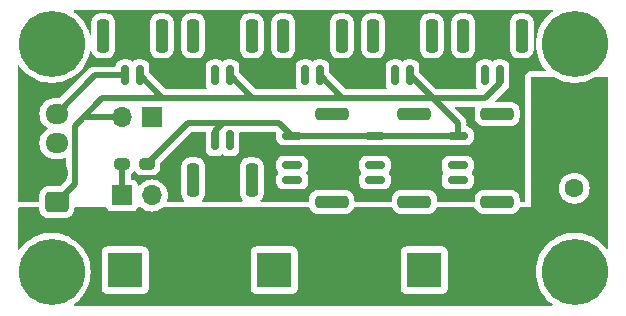
<source format=gtl>
G04 #@! TF.GenerationSoftware,KiCad,Pcbnew,7.0.9*
G04 #@! TF.CreationDate,2024-06-29T16:21:14+09:00*
G04 #@! TF.ProjectId,CAN_hab,43414e5f-6861-4622-9e6b-696361645f70,rev?*
G04 #@! TF.SameCoordinates,Original*
G04 #@! TF.FileFunction,Copper,L1,Top*
G04 #@! TF.FilePolarity,Positive*
%FSLAX46Y46*%
G04 Gerber Fmt 4.6, Leading zero omitted, Abs format (unit mm)*
G04 Created by KiCad (PCBNEW 7.0.9) date 2024-06-29 16:21:14*
%MOMM*%
%LPD*%
G01*
G04 APERTURE LIST*
G04 Aperture macros list*
%AMRoundRect*
0 Rectangle with rounded corners*
0 $1 Rounding radius*
0 $2 $3 $4 $5 $6 $7 $8 $9 X,Y pos of 4 corners*
0 Add a 4 corners polygon primitive as box body*
4,1,4,$2,$3,$4,$5,$6,$7,$8,$9,$2,$3,0*
0 Add four circle primitives for the rounded corners*
1,1,$1+$1,$2,$3*
1,1,$1+$1,$4,$5*
1,1,$1+$1,$6,$7*
1,1,$1+$1,$8,$9*
0 Add four rect primitives between the rounded corners*
20,1,$1+$1,$2,$3,$4,$5,0*
20,1,$1+$1,$4,$5,$6,$7,0*
20,1,$1+$1,$6,$7,$8,$9,0*
20,1,$1+$1,$8,$9,$2,$3,0*%
G04 Aperture macros list end*
G04 #@! TA.AperFunction,ComponentPad*
%ADD10R,3.000000X3.000000*%
G04 #@! TD*
G04 #@! TA.AperFunction,ComponentPad*
%ADD11C,3.000000*%
G04 #@! TD*
G04 #@! TA.AperFunction,SMDPad,CuDef*
%ADD12RoundRect,0.237500X0.400000X0.237500X-0.400000X0.237500X-0.400000X-0.237500X0.400000X-0.237500X0*%
G04 #@! TD*
G04 #@! TA.AperFunction,SMDPad,CuDef*
%ADD13RoundRect,0.150000X-0.150000X-0.700000X0.150000X-0.700000X0.150000X0.700000X-0.150000X0.700000X0*%
G04 #@! TD*
G04 #@! TA.AperFunction,SMDPad,CuDef*
%ADD14RoundRect,0.250000X-0.250000X-1.150000X0.250000X-1.150000X0.250000X1.150000X-0.250000X1.150000X0*%
G04 #@! TD*
G04 #@! TA.AperFunction,ComponentPad*
%ADD15C,1.000000*%
G04 #@! TD*
G04 #@! TA.AperFunction,ComponentPad*
%ADD16C,5.600000*%
G04 #@! TD*
G04 #@! TA.AperFunction,SMDPad,CuDef*
%ADD17RoundRect,0.150000X0.150000X0.700000X-0.150000X0.700000X-0.150000X-0.700000X0.150000X-0.700000X0*%
G04 #@! TD*
G04 #@! TA.AperFunction,SMDPad,CuDef*
%ADD18RoundRect,0.250000X0.250000X1.150000X-0.250000X1.150000X-0.250000X-1.150000X0.250000X-1.150000X0*%
G04 #@! TD*
G04 #@! TA.AperFunction,SMDPad,CuDef*
%ADD19RoundRect,0.150000X-0.700000X0.150000X-0.700000X-0.150000X0.700000X-0.150000X0.700000X0.150000X0*%
G04 #@! TD*
G04 #@! TA.AperFunction,SMDPad,CuDef*
%ADD20RoundRect,0.250000X-1.150000X0.250000X-1.150000X-0.250000X1.150000X-0.250000X1.150000X0.250000X0*%
G04 #@! TD*
G04 #@! TA.AperFunction,ComponentPad*
%ADD21R,1.700000X1.700000*%
G04 #@! TD*
G04 #@! TA.AperFunction,ComponentPad*
%ADD22O,1.700000X1.700000*%
G04 #@! TD*
G04 #@! TA.AperFunction,ComponentPad*
%ADD23RoundRect,0.250000X0.725000X-0.600000X0.725000X0.600000X-0.725000X0.600000X-0.725000X-0.600000X0*%
G04 #@! TD*
G04 #@! TA.AperFunction,ComponentPad*
%ADD24O,1.950000X1.700000*%
G04 #@! TD*
G04 #@! TA.AperFunction,ComponentPad*
%ADD25C,1.600000*%
G04 #@! TD*
G04 #@! TA.AperFunction,ViaPad*
%ADD26C,0.500000*%
G04 #@! TD*
G04 #@! TA.AperFunction,Conductor*
%ADD27C,0.500000*%
G04 #@! TD*
G04 APERTURE END LIST*
D10*
X164848000Y-109439000D03*
D11*
X169848000Y-109439000D03*
D12*
X141365000Y-100439000D03*
X139240000Y-100439000D03*
D10*
X152148000Y-109439000D03*
D11*
X157148000Y-109439000D03*
D13*
X170000000Y-92959000D03*
X171250000Y-92959000D03*
D14*
X168150000Y-89609000D03*
X173100000Y-89609000D03*
D13*
X139520000Y-92959000D03*
X140770000Y-92959000D03*
D14*
X137670000Y-89609000D03*
X142620000Y-89609000D03*
D15*
X131090000Y-109589000D03*
X131734370Y-108033370D03*
X131734370Y-111144630D03*
X133290000Y-107389000D03*
D16*
X133290000Y-109589000D03*
D15*
X133290000Y-111789000D03*
X134845630Y-108033370D03*
X134845630Y-111144630D03*
X135490000Y-109589000D03*
D17*
X148390000Y-98451000D03*
X147140000Y-98451000D03*
D18*
X150240000Y-101801000D03*
X145290000Y-101801000D03*
D19*
X160670000Y-98064000D03*
X160670000Y-99314000D03*
X160670000Y-100564000D03*
X160670000Y-101814000D03*
D20*
X164020000Y-96214000D03*
X164020000Y-103664000D03*
D13*
X162380000Y-92959000D03*
X163630000Y-92959000D03*
D14*
X160530000Y-89609000D03*
X165480000Y-89609000D03*
D19*
X167670000Y-98064000D03*
X167670000Y-99314000D03*
X167670000Y-100564000D03*
X167670000Y-101814000D03*
D20*
X171020000Y-96214000D03*
X171020000Y-103664000D03*
D15*
X175390000Y-90289000D03*
X176034370Y-88733370D03*
X176034370Y-91844630D03*
X177590000Y-88089000D03*
D16*
X177590000Y-90289000D03*
D15*
X177590000Y-92489000D03*
X179145630Y-88733370D03*
X179145630Y-91844630D03*
X179790000Y-90289000D03*
D10*
X139528000Y-109439000D03*
D11*
X144528000Y-109439000D03*
D21*
X139240000Y-103124000D03*
D22*
X141780000Y-103124000D03*
D23*
X133740000Y-103689000D03*
D24*
X133740000Y-101189000D03*
X133740000Y-98689000D03*
X133740000Y-96189000D03*
D15*
X175390000Y-109589000D03*
X176034370Y-108033370D03*
X176034370Y-111144630D03*
X177590000Y-107389000D03*
D16*
X177590000Y-109589000D03*
D15*
X177590000Y-111789000D03*
X179145630Y-108033370D03*
X179145630Y-111144630D03*
X179790000Y-109589000D03*
X131120000Y-90289000D03*
X131764370Y-88733370D03*
X131764370Y-91844630D03*
X133320000Y-88089000D03*
D16*
X133320000Y-90289000D03*
D15*
X133320000Y-92489000D03*
X134875630Y-88733370D03*
X134875630Y-91844630D03*
X135520000Y-90289000D03*
D21*
X141780000Y-96439000D03*
D22*
X139240000Y-96439000D03*
D19*
X153670000Y-98064000D03*
X153670000Y-99314000D03*
X153670000Y-100564000D03*
X153670000Y-101814000D03*
D20*
X157020000Y-96214000D03*
X157020000Y-103664000D03*
D13*
X154760000Y-92959000D03*
X156010000Y-92959000D03*
D14*
X152910000Y-89609000D03*
X157860000Y-89609000D03*
D13*
X147140000Y-92959000D03*
X148390000Y-92959000D03*
D14*
X145290000Y-89609000D03*
X150240000Y-89609000D03*
D25*
X177548000Y-96011000D03*
X177548000Y-102511000D03*
D26*
X153670000Y-101814000D03*
X170000000Y-92959000D03*
X147140000Y-92959000D03*
X160670000Y-101814000D03*
X148390000Y-98451000D03*
X139520000Y-92959000D03*
X162380000Y-92959000D03*
X154760000Y-92959000D03*
X167670000Y-101814000D03*
X167670000Y-100564000D03*
X160670000Y-100564000D03*
X153670000Y-100564000D03*
D27*
X139240000Y-100439000D02*
X139240000Y-103124000D01*
X133740000Y-96189000D02*
X136970000Y-92959000D01*
X136970000Y-92959000D02*
X139520000Y-92959000D01*
X147140000Y-97665000D02*
X147830000Y-96975000D01*
X141365000Y-100439000D02*
X144829000Y-96975000D01*
X139240000Y-96439000D02*
X136027500Y-96439000D01*
X167670000Y-96999000D02*
X167670000Y-98064000D01*
X160670000Y-98064000D02*
X153670000Y-98064000D01*
X152581000Y-96975000D02*
X153670000Y-98064000D01*
X137602500Y-94864000D02*
X135240000Y-97226500D01*
X147830000Y-96975000D02*
X152581000Y-96975000D01*
X171250000Y-93621000D02*
X171250000Y-92959000D01*
X156010000Y-92959000D02*
X157915000Y-94864000D01*
X160670000Y-98064000D02*
X167670000Y-98064000D01*
X135240000Y-102189000D02*
X133740000Y-103689000D01*
X135240000Y-97226500D02*
X135240000Y-102189000D01*
X140770000Y-92959000D02*
X142675000Y-94864000D01*
X147140000Y-98451000D02*
X147140000Y-97665000D01*
X148390000Y-92959000D02*
X150295000Y-94864000D01*
X163630000Y-92959000D02*
X167670000Y-96999000D01*
X144829000Y-96975000D02*
X147830000Y-96975000D01*
X142675000Y-94864000D02*
X137602500Y-94864000D01*
X142675000Y-94864000D02*
X170007000Y-94864000D01*
X170007000Y-94864000D02*
X171250000Y-93621000D01*
G04 #@! TA.AperFunction,Conductor*
G36*
X175712593Y-87456813D02*
G01*
X175737903Y-87500650D01*
X175729113Y-87550500D01*
X175709811Y-87572409D01*
X175651320Y-87616873D01*
X175450170Y-87769782D01*
X175190333Y-88015913D01*
X174958636Y-88288687D01*
X174757789Y-88584913D01*
X174590151Y-88901110D01*
X174590144Y-88901127D01*
X174457681Y-89233581D01*
X174457675Y-89233601D01*
X174361927Y-89578454D01*
X174304027Y-89931634D01*
X174304026Y-89931638D01*
X174284652Y-90288990D01*
X174284652Y-90289009D01*
X174304026Y-90646361D01*
X174304027Y-90646365D01*
X174361927Y-90999545D01*
X174361929Y-90999552D01*
X174457676Y-91344403D01*
X174457678Y-91344408D01*
X174457681Y-91344418D01*
X174590144Y-91676872D01*
X174590151Y-91676889D01*
X174757789Y-91993086D01*
X174855643Y-92137409D01*
X174958635Y-92289311D01*
X175106672Y-92463594D01*
X175124271Y-92511054D01*
X175107245Y-92558724D01*
X175063560Y-92584297D01*
X175050272Y-92585500D01*
X173925972Y-92585500D01*
X173903938Y-92586462D01*
X173880108Y-92588546D01*
X173880103Y-92588546D01*
X173880102Y-92588547D01*
X173804968Y-92600875D01*
X173804966Y-92600875D01*
X173804964Y-92600876D01*
X173804963Y-92600876D01*
X173671396Y-92654350D01*
X173655752Y-92663382D01*
X173627558Y-92679661D01*
X173627549Y-92679666D01*
X173627542Y-92679671D01*
X173627541Y-92679671D01*
X173574185Y-92715169D01*
X173574178Y-92715175D01*
X173473251Y-92817715D01*
X173473247Y-92817720D01*
X173405305Y-92944525D01*
X173405302Y-92944532D01*
X173387987Y-92992105D01*
X173377976Y-93022583D01*
X173357500Y-93164995D01*
X173357500Y-103560500D01*
X173340187Y-103608066D01*
X173296350Y-103633376D01*
X173283500Y-103634500D01*
X172994499Y-103634500D01*
X172946933Y-103617187D01*
X172921623Y-103573350D01*
X172920499Y-103560500D01*
X172920499Y-103363999D01*
X172920499Y-103363992D01*
X172909999Y-103261203D01*
X172854814Y-103094666D01*
X172762712Y-102945344D01*
X172638656Y-102821288D01*
X172489334Y-102729186D01*
X172367370Y-102688771D01*
X172322798Y-102674001D01*
X172305665Y-102672250D01*
X172220009Y-102663500D01*
X172220004Y-102663500D01*
X169819999Y-102663500D01*
X169819993Y-102663500D01*
X169819992Y-102663501D01*
X169768597Y-102668751D01*
X169717202Y-102674001D01*
X169550666Y-102729186D01*
X169401344Y-102821288D01*
X169277288Y-102945344D01*
X169185186Y-103094666D01*
X169130001Y-103261201D01*
X169119500Y-103363994D01*
X169119500Y-103560500D01*
X169102187Y-103608066D01*
X169058350Y-103633376D01*
X169045500Y-103634500D01*
X165994499Y-103634500D01*
X165946933Y-103617187D01*
X165921623Y-103573350D01*
X165920499Y-103560500D01*
X165920499Y-103363999D01*
X165920499Y-103363992D01*
X165909999Y-103261203D01*
X165854814Y-103094666D01*
X165762712Y-102945344D01*
X165638656Y-102821288D01*
X165489334Y-102729186D01*
X165367370Y-102688771D01*
X165322798Y-102674001D01*
X165305665Y-102672250D01*
X165220009Y-102663500D01*
X165220004Y-102663500D01*
X162819999Y-102663500D01*
X162819993Y-102663500D01*
X162819992Y-102663501D01*
X162768597Y-102668751D01*
X162717202Y-102674001D01*
X162550666Y-102729186D01*
X162401344Y-102821288D01*
X162277288Y-102945344D01*
X162185186Y-103094666D01*
X162130001Y-103261201D01*
X162119500Y-103363994D01*
X162119500Y-103560500D01*
X162102187Y-103608066D01*
X162058350Y-103633376D01*
X162045500Y-103634500D01*
X158994499Y-103634500D01*
X158946933Y-103617187D01*
X158921623Y-103573350D01*
X158920499Y-103560500D01*
X158920499Y-103363999D01*
X158920499Y-103363992D01*
X158909999Y-103261203D01*
X158854814Y-103094666D01*
X158762712Y-102945344D01*
X158638656Y-102821288D01*
X158489334Y-102729186D01*
X158367370Y-102688771D01*
X158322798Y-102674001D01*
X158305665Y-102672250D01*
X158220009Y-102663500D01*
X158220004Y-102663500D01*
X155819999Y-102663500D01*
X155819993Y-102663500D01*
X155819992Y-102663501D01*
X155768597Y-102668751D01*
X155717202Y-102674001D01*
X155550666Y-102729186D01*
X155401344Y-102821288D01*
X155277288Y-102945344D01*
X155185186Y-103094666D01*
X155130001Y-103261201D01*
X155119500Y-103363994D01*
X155119500Y-103560500D01*
X155102187Y-103608066D01*
X155058350Y-103633376D01*
X155045500Y-103634500D01*
X151046520Y-103634500D01*
X150998954Y-103617187D01*
X150973644Y-103573350D01*
X150982434Y-103523500D01*
X150994194Y-103508174D01*
X151082709Y-103419659D01*
X151082712Y-103419656D01*
X151174814Y-103270334D01*
X151229999Y-103103797D01*
X151240500Y-103001009D01*
X151240500Y-102029695D01*
X152319500Y-102029695D01*
X152322402Y-102066570D01*
X152368256Y-102224399D01*
X152435569Y-102338218D01*
X152451919Y-102365865D01*
X152568135Y-102482081D01*
X152709602Y-102565744D01*
X152867431Y-102611598D01*
X152901155Y-102614252D01*
X152904305Y-102614500D01*
X152904306Y-102614500D01*
X154435695Y-102614500D01*
X154438597Y-102614271D01*
X154472569Y-102611598D01*
X154630398Y-102565744D01*
X154771865Y-102482081D01*
X154888081Y-102365865D01*
X154971744Y-102224398D01*
X155017598Y-102066569D01*
X155020271Y-102032597D01*
X155020500Y-102029695D01*
X159319500Y-102029695D01*
X159322402Y-102066570D01*
X159368256Y-102224399D01*
X159435569Y-102338218D01*
X159451919Y-102365865D01*
X159568135Y-102482081D01*
X159709602Y-102565744D01*
X159867431Y-102611598D01*
X159901155Y-102614252D01*
X159904305Y-102614500D01*
X159904306Y-102614500D01*
X161435695Y-102614500D01*
X161438597Y-102614271D01*
X161472569Y-102611598D01*
X161630398Y-102565744D01*
X161771865Y-102482081D01*
X161888081Y-102365865D01*
X161971744Y-102224398D01*
X162017598Y-102066569D01*
X162020271Y-102032597D01*
X162020500Y-102029695D01*
X166319500Y-102029695D01*
X166322402Y-102066570D01*
X166368256Y-102224399D01*
X166435569Y-102338218D01*
X166451919Y-102365865D01*
X166568135Y-102482081D01*
X166709602Y-102565744D01*
X166867431Y-102611598D01*
X166901155Y-102614252D01*
X166904305Y-102614500D01*
X166904306Y-102614500D01*
X168435695Y-102614500D01*
X168438597Y-102614271D01*
X168472569Y-102611598D01*
X168630398Y-102565744D01*
X168771865Y-102482081D01*
X168888081Y-102365865D01*
X168971744Y-102224398D01*
X169017598Y-102066569D01*
X169020271Y-102032597D01*
X169020500Y-102029695D01*
X169020500Y-101598305D01*
X169020252Y-101595155D01*
X169017598Y-101561431D01*
X168971744Y-101403602D01*
X168888081Y-101262135D01*
X168867272Y-101241326D01*
X168845880Y-101195450D01*
X168858981Y-101146555D01*
X168867272Y-101136674D01*
X168888081Y-101115865D01*
X168971744Y-100974398D01*
X169017598Y-100816569D01*
X169020500Y-100779694D01*
X169020500Y-100348306D01*
X169017598Y-100311431D01*
X168971744Y-100153602D01*
X168970989Y-100152326D01*
X168915377Y-100058291D01*
X168888081Y-100012135D01*
X168771865Y-99895919D01*
X168757602Y-99887484D01*
X168630399Y-99812256D01*
X168472570Y-99766402D01*
X168435695Y-99763500D01*
X168435694Y-99763500D01*
X166904306Y-99763500D01*
X166904305Y-99763500D01*
X166867429Y-99766402D01*
X166709600Y-99812256D01*
X166568134Y-99895919D01*
X166451919Y-100012134D01*
X166368256Y-100153600D01*
X166322402Y-100311429D01*
X166319500Y-100348305D01*
X166319500Y-100779695D01*
X166322402Y-100816570D01*
X166368256Y-100974399D01*
X166451919Y-101115865D01*
X166472728Y-101136674D01*
X166494120Y-101182550D01*
X166481019Y-101231445D01*
X166472728Y-101241326D01*
X166451919Y-101262134D01*
X166368256Y-101403600D01*
X166322402Y-101561429D01*
X166319500Y-101598305D01*
X166319500Y-102029695D01*
X162020500Y-102029695D01*
X162020500Y-101598305D01*
X162020252Y-101595155D01*
X162017598Y-101561431D01*
X161971744Y-101403602D01*
X161888081Y-101262135D01*
X161867272Y-101241326D01*
X161845880Y-101195450D01*
X161858981Y-101146555D01*
X161867272Y-101136674D01*
X161888081Y-101115865D01*
X161971744Y-100974398D01*
X162017598Y-100816569D01*
X162020500Y-100779694D01*
X162020500Y-100348306D01*
X162017598Y-100311431D01*
X161971744Y-100153602D01*
X161970989Y-100152326D01*
X161915377Y-100058291D01*
X161888081Y-100012135D01*
X161771865Y-99895919D01*
X161757602Y-99887484D01*
X161630399Y-99812256D01*
X161472570Y-99766402D01*
X161435695Y-99763500D01*
X161435694Y-99763500D01*
X159904306Y-99763500D01*
X159904305Y-99763500D01*
X159867429Y-99766402D01*
X159709600Y-99812256D01*
X159568134Y-99895919D01*
X159451919Y-100012134D01*
X159368256Y-100153600D01*
X159322402Y-100311429D01*
X159319500Y-100348305D01*
X159319500Y-100779695D01*
X159322402Y-100816570D01*
X159368256Y-100974399D01*
X159451919Y-101115865D01*
X159472728Y-101136674D01*
X159494120Y-101182550D01*
X159481019Y-101231445D01*
X159472728Y-101241326D01*
X159451919Y-101262134D01*
X159368256Y-101403600D01*
X159322402Y-101561429D01*
X159319500Y-101598305D01*
X159319500Y-102029695D01*
X155020500Y-102029695D01*
X155020500Y-101598305D01*
X155020252Y-101595155D01*
X155017598Y-101561431D01*
X154971744Y-101403602D01*
X154888081Y-101262135D01*
X154867272Y-101241326D01*
X154845880Y-101195450D01*
X154858981Y-101146555D01*
X154867272Y-101136674D01*
X154888081Y-101115865D01*
X154971744Y-100974398D01*
X155017598Y-100816569D01*
X155020500Y-100779694D01*
X155020500Y-100348306D01*
X155017598Y-100311431D01*
X154971744Y-100153602D01*
X154970989Y-100152326D01*
X154915377Y-100058291D01*
X154888081Y-100012135D01*
X154771865Y-99895919D01*
X154757602Y-99887484D01*
X154630399Y-99812256D01*
X154472570Y-99766402D01*
X154435695Y-99763500D01*
X154435694Y-99763500D01*
X152904306Y-99763500D01*
X152904305Y-99763500D01*
X152867429Y-99766402D01*
X152709600Y-99812256D01*
X152568134Y-99895919D01*
X152451919Y-100012134D01*
X152368256Y-100153600D01*
X152322402Y-100311429D01*
X152319500Y-100348305D01*
X152319500Y-100779695D01*
X152322402Y-100816570D01*
X152368256Y-100974399D01*
X152451919Y-101115865D01*
X152472728Y-101136674D01*
X152494120Y-101182550D01*
X152481019Y-101231445D01*
X152472728Y-101241326D01*
X152451919Y-101262134D01*
X152368256Y-101403600D01*
X152322402Y-101561429D01*
X152319500Y-101598305D01*
X152319500Y-102029695D01*
X151240500Y-102029695D01*
X151240499Y-100600992D01*
X151229999Y-100498203D01*
X151174814Y-100331666D01*
X151082712Y-100182344D01*
X150958656Y-100058288D01*
X150809334Y-99966186D01*
X150707918Y-99932580D01*
X150642798Y-99911001D01*
X150625665Y-99909250D01*
X150540009Y-99900500D01*
X150540004Y-99900500D01*
X149939999Y-99900500D01*
X149939993Y-99900500D01*
X149939992Y-99900501D01*
X149888597Y-99905751D01*
X149837202Y-99911001D01*
X149670666Y-99966186D01*
X149521344Y-100058288D01*
X149397288Y-100182344D01*
X149305186Y-100331666D01*
X149250001Y-100498201D01*
X149239500Y-100600994D01*
X149239500Y-103001000D01*
X149239500Y-103001005D01*
X149239501Y-103001008D01*
X149250001Y-103103797D01*
X149305186Y-103270334D01*
X149397288Y-103419656D01*
X149397291Y-103419659D01*
X149485806Y-103508174D01*
X149507198Y-103554050D01*
X149494097Y-103602945D01*
X149452633Y-103631979D01*
X149433480Y-103634500D01*
X146096520Y-103634500D01*
X146048954Y-103617187D01*
X146023644Y-103573350D01*
X146032434Y-103523500D01*
X146044194Y-103508174D01*
X146132709Y-103419659D01*
X146132712Y-103419656D01*
X146224814Y-103270334D01*
X146279999Y-103103797D01*
X146290500Y-103001009D01*
X146290499Y-100600992D01*
X146279999Y-100498203D01*
X146224814Y-100331666D01*
X146132712Y-100182344D01*
X146008656Y-100058288D01*
X145859334Y-99966186D01*
X145757918Y-99932580D01*
X145692798Y-99911001D01*
X145675665Y-99909250D01*
X145590009Y-99900500D01*
X145590004Y-99900500D01*
X144989999Y-99900500D01*
X144989993Y-99900500D01*
X144989992Y-99900501D01*
X144938597Y-99905751D01*
X144887202Y-99911001D01*
X144720666Y-99966186D01*
X144571344Y-100058288D01*
X144447288Y-100182344D01*
X144355186Y-100331666D01*
X144300001Y-100498201D01*
X144289500Y-100600994D01*
X144289500Y-103001000D01*
X144289500Y-103001005D01*
X144289501Y-103001008D01*
X144300001Y-103103797D01*
X144355186Y-103270334D01*
X144447288Y-103419656D01*
X144447291Y-103419659D01*
X144535806Y-103508174D01*
X144557198Y-103554050D01*
X144544097Y-103602945D01*
X144502633Y-103631979D01*
X144483480Y-103634500D01*
X143137791Y-103634500D01*
X143090225Y-103617187D01*
X143064915Y-103573350D01*
X143066313Y-103541347D01*
X143115062Y-103359412D01*
X143115063Y-103359405D01*
X143135659Y-103124004D01*
X143135659Y-103123995D01*
X143120028Y-102945341D01*
X143115063Y-102888592D01*
X143053903Y-102660337D01*
X142954035Y-102446171D01*
X142818495Y-102252599D01*
X142651401Y-102085505D01*
X142651398Y-102085503D01*
X142651399Y-102085503D01*
X142571695Y-102029694D01*
X142457830Y-101949965D01*
X142243663Y-101850097D01*
X142015408Y-101788937D01*
X142015406Y-101788936D01*
X142015403Y-101788936D01*
X141780004Y-101768341D01*
X141779996Y-101768341D01*
X141544596Y-101788936D01*
X141544592Y-101788936D01*
X141544592Y-101788937D01*
X141316337Y-101850097D01*
X141316336Y-101850097D01*
X141316334Y-101850098D01*
X141316333Y-101850098D01*
X141219947Y-101895045D01*
X141102167Y-101949967D01*
X140908602Y-102085502D01*
X140908599Y-102085504D01*
X140741505Y-102252598D01*
X140725116Y-102276005D01*
X140683651Y-102305039D01*
X140633225Y-102300627D01*
X140597432Y-102264833D01*
X140590499Y-102233560D01*
X140590499Y-102226126D01*
X140585336Y-102178102D01*
X140584091Y-102166517D01*
X140553876Y-102085505D01*
X140533797Y-102031670D01*
X140533796Y-102031669D01*
X140532318Y-102029695D01*
X140447546Y-101916454D01*
X140332331Y-101830204D01*
X140332330Y-101830203D01*
X140332329Y-101830202D01*
X140197487Y-101779910D01*
X140197484Y-101779909D01*
X140197483Y-101779909D01*
X140167678Y-101776704D01*
X140137874Y-101773500D01*
X140137873Y-101773500D01*
X140064500Y-101773500D01*
X140016934Y-101756187D01*
X139991624Y-101712350D01*
X139990500Y-101699500D01*
X139990500Y-101368705D01*
X140007813Y-101321139D01*
X140025652Y-101305722D01*
X140100850Y-101259340D01*
X140222840Y-101137350D01*
X140239518Y-101110309D01*
X140279223Y-101078915D01*
X140329821Y-101080387D01*
X140365481Y-101110309D01*
X140382160Y-101137350D01*
X140504150Y-101259340D01*
X140650984Y-101349908D01*
X140814747Y-101404174D01*
X140915823Y-101414500D01*
X141814176Y-101414499D01*
X141915253Y-101404174D01*
X142079016Y-101349908D01*
X142225850Y-101259340D01*
X142347840Y-101137350D01*
X142438408Y-100990516D01*
X142492674Y-100826753D01*
X142503000Y-100725677D01*
X142502999Y-100393018D01*
X142520312Y-100345453D01*
X142524661Y-100340705D01*
X145118194Y-97747174D01*
X145164071Y-97725782D01*
X145170520Y-97725500D01*
X146265500Y-97725500D01*
X146313066Y-97742813D01*
X146338376Y-97786650D01*
X146339500Y-97799500D01*
X146339500Y-99216695D01*
X146342402Y-99253570D01*
X146388256Y-99411399D01*
X146457268Y-99528092D01*
X146471919Y-99552865D01*
X146588135Y-99669081D01*
X146729602Y-99752744D01*
X146887431Y-99798598D01*
X146921155Y-99801252D01*
X146924305Y-99801500D01*
X146924306Y-99801500D01*
X147355695Y-99801500D01*
X147358597Y-99801271D01*
X147392569Y-99798598D01*
X147550398Y-99752744D01*
X147691865Y-99669081D01*
X147712674Y-99648272D01*
X147758550Y-99626880D01*
X147807445Y-99639981D01*
X147817326Y-99648272D01*
X147838135Y-99669081D01*
X147979602Y-99752744D01*
X148137431Y-99798598D01*
X148171155Y-99801252D01*
X148174305Y-99801500D01*
X148174306Y-99801500D01*
X148605695Y-99801500D01*
X148608597Y-99801271D01*
X148642569Y-99798598D01*
X148800398Y-99752744D01*
X148941865Y-99669081D01*
X149058081Y-99552865D01*
X149141744Y-99411398D01*
X149187598Y-99253569D01*
X149190500Y-99216694D01*
X149190500Y-97799500D01*
X149207813Y-97751934D01*
X149251650Y-97726624D01*
X149264500Y-97725500D01*
X152239480Y-97725500D01*
X152287046Y-97742813D01*
X152291806Y-97747174D01*
X152300735Y-97756103D01*
X152322127Y-97801979D01*
X152322181Y-97814234D01*
X152319500Y-97848305D01*
X152319500Y-98279695D01*
X152322402Y-98316570D01*
X152368256Y-98474399D01*
X152451919Y-98615865D01*
X152568135Y-98732081D01*
X152665874Y-98789884D01*
X152707498Y-98814500D01*
X152709602Y-98815744D01*
X152867431Y-98861598D01*
X152901155Y-98864252D01*
X152904305Y-98864500D01*
X152904306Y-98864500D01*
X154435695Y-98864500D01*
X154438597Y-98864271D01*
X154472569Y-98861598D01*
X154624569Y-98817437D01*
X154645211Y-98814500D01*
X159694789Y-98814500D01*
X159715430Y-98817437D01*
X159867431Y-98861598D01*
X159901155Y-98864252D01*
X159904305Y-98864500D01*
X159904306Y-98864500D01*
X161435695Y-98864500D01*
X161438597Y-98864271D01*
X161472569Y-98861598D01*
X161624569Y-98817437D01*
X161645211Y-98814500D01*
X166694789Y-98814500D01*
X166715430Y-98817437D01*
X166867431Y-98861598D01*
X166901155Y-98864252D01*
X166904305Y-98864500D01*
X166904306Y-98864500D01*
X168435695Y-98864500D01*
X168438597Y-98864271D01*
X168472569Y-98861598D01*
X168630398Y-98815744D01*
X168771865Y-98732081D01*
X168888081Y-98615865D01*
X168971744Y-98474398D01*
X169017598Y-98316569D01*
X169020500Y-98279694D01*
X169020500Y-97848306D01*
X169017598Y-97811431D01*
X168971744Y-97653602D01*
X168969912Y-97650505D01*
X168945884Y-97609874D01*
X168888081Y-97512135D01*
X168771865Y-97395919D01*
X168758309Y-97387902D01*
X168630399Y-97312256D01*
X168473854Y-97266775D01*
X168433007Y-97236878D01*
X168420500Y-97195713D01*
X168420500Y-97059063D01*
X168421281Y-97048339D01*
X168425289Y-97020977D01*
X168420640Y-96967843D01*
X168420500Y-96964624D01*
X168420500Y-96955291D01*
X168416693Y-96922724D01*
X168409999Y-96846204D01*
X168408903Y-96842896D01*
X168405645Y-96828203D01*
X168405241Y-96824745D01*
X168378974Y-96752576D01*
X168354814Y-96679666D01*
X168352979Y-96676692D01*
X168346432Y-96663166D01*
X168345237Y-96659883D01*
X168303028Y-96595708D01*
X168262712Y-96530345D01*
X168260246Y-96527879D01*
X168250747Y-96516218D01*
X168248830Y-96513304D01*
X168192964Y-96460597D01*
X167473193Y-95740826D01*
X167451801Y-95694950D01*
X167464902Y-95646055D01*
X167506366Y-95617021D01*
X167525519Y-95614500D01*
X169092704Y-95614500D01*
X169140270Y-95631813D01*
X169165580Y-95675650D01*
X169162948Y-95711775D01*
X169153322Y-95740826D01*
X169130001Y-95811201D01*
X169119500Y-95913994D01*
X169119500Y-96514000D01*
X169119500Y-96514005D01*
X169119501Y-96514008D01*
X169130001Y-96616797D01*
X169185186Y-96783334D01*
X169277288Y-96932656D01*
X169401344Y-97056712D01*
X169550666Y-97148814D01*
X169717203Y-97203999D01*
X169819991Y-97214500D01*
X172220008Y-97214499D01*
X172322797Y-97203999D01*
X172489334Y-97148814D01*
X172638656Y-97056712D01*
X172762712Y-96932656D01*
X172854814Y-96783334D01*
X172909999Y-96616797D01*
X172920500Y-96514009D01*
X172920499Y-95913992D01*
X172909999Y-95811203D01*
X172854814Y-95644666D01*
X172762712Y-95495344D01*
X172638656Y-95371288D01*
X172489334Y-95279186D01*
X172406065Y-95251593D01*
X172322798Y-95224001D01*
X172302239Y-95221900D01*
X172220009Y-95213500D01*
X172220005Y-95213500D01*
X170897519Y-95213500D01*
X170849953Y-95196187D01*
X170824643Y-95152350D01*
X170833433Y-95102500D01*
X170845193Y-95087174D01*
X171017270Y-94915097D01*
X171681262Y-94251103D01*
X171695916Y-94239738D01*
X171801865Y-94177081D01*
X171918081Y-94060865D01*
X172001744Y-93919398D01*
X172047598Y-93761569D01*
X172050500Y-93724694D01*
X172050500Y-92193306D01*
X172047598Y-92156431D01*
X172001744Y-91998602D01*
X171918081Y-91857135D01*
X171801865Y-91740919D01*
X171693581Y-91676880D01*
X171660399Y-91657256D01*
X171502570Y-91611402D01*
X171465695Y-91608500D01*
X171465694Y-91608500D01*
X171034306Y-91608500D01*
X171034305Y-91608500D01*
X170997429Y-91611402D01*
X170839600Y-91657256D01*
X170698134Y-91740919D01*
X170677326Y-91761728D01*
X170631450Y-91783120D01*
X170582555Y-91770019D01*
X170572674Y-91761728D01*
X170551865Y-91740919D01*
X170410399Y-91657256D01*
X170252570Y-91611402D01*
X170215695Y-91608500D01*
X170215694Y-91608500D01*
X169784306Y-91608500D01*
X169784305Y-91608500D01*
X169747429Y-91611402D01*
X169589600Y-91657256D01*
X169448134Y-91740919D01*
X169331919Y-91857134D01*
X169248256Y-91998600D01*
X169202402Y-92156429D01*
X169199500Y-92193305D01*
X169199500Y-93724695D01*
X169202402Y-93761570D01*
X169248256Y-93919399D01*
X169297007Y-94001831D01*
X169306318Y-94051586D01*
X169281470Y-94095686D01*
X169234087Y-94113496D01*
X169233312Y-94113500D01*
X165876520Y-94113500D01*
X165828954Y-94096187D01*
X165824194Y-94091826D01*
X164452174Y-92719806D01*
X164430782Y-92673930D01*
X164430500Y-92667480D01*
X164430500Y-92193305D01*
X164430252Y-92190155D01*
X164427598Y-92156431D01*
X164381744Y-91998602D01*
X164298081Y-91857135D01*
X164181865Y-91740919D01*
X164073581Y-91676880D01*
X164040399Y-91657256D01*
X163882570Y-91611402D01*
X163845695Y-91608500D01*
X163845694Y-91608500D01*
X163414306Y-91608500D01*
X163414305Y-91608500D01*
X163377429Y-91611402D01*
X163219600Y-91657256D01*
X163078134Y-91740919D01*
X163057326Y-91761728D01*
X163011450Y-91783120D01*
X162962555Y-91770019D01*
X162952674Y-91761728D01*
X162931865Y-91740919D01*
X162790399Y-91657256D01*
X162632570Y-91611402D01*
X162595695Y-91608500D01*
X162595694Y-91608500D01*
X162164306Y-91608500D01*
X162164305Y-91608500D01*
X162127429Y-91611402D01*
X161969600Y-91657256D01*
X161828134Y-91740919D01*
X161711919Y-91857134D01*
X161628256Y-91998600D01*
X161582402Y-92156429D01*
X161579500Y-92193305D01*
X161579500Y-93724695D01*
X161582402Y-93761570D01*
X161628256Y-93919399D01*
X161677007Y-94001831D01*
X161686318Y-94051586D01*
X161661470Y-94095686D01*
X161614087Y-94113496D01*
X161613312Y-94113500D01*
X158256519Y-94113500D01*
X158208953Y-94096187D01*
X158204193Y-94091826D01*
X156832174Y-92719806D01*
X156810782Y-92673929D01*
X156810500Y-92667480D01*
X156810500Y-92193305D01*
X156810252Y-92190155D01*
X156807598Y-92156431D01*
X156761744Y-91998602D01*
X156678081Y-91857135D01*
X156561865Y-91740919D01*
X156453581Y-91676880D01*
X156420399Y-91657256D01*
X156262570Y-91611402D01*
X156225695Y-91608500D01*
X156225694Y-91608500D01*
X155794306Y-91608500D01*
X155794305Y-91608500D01*
X155757429Y-91611402D01*
X155599600Y-91657256D01*
X155458134Y-91740919D01*
X155437326Y-91761728D01*
X155391450Y-91783120D01*
X155342555Y-91770019D01*
X155332674Y-91761728D01*
X155311865Y-91740919D01*
X155170399Y-91657256D01*
X155012570Y-91611402D01*
X154975695Y-91608500D01*
X154975694Y-91608500D01*
X154544306Y-91608500D01*
X154544305Y-91608500D01*
X154507429Y-91611402D01*
X154349600Y-91657256D01*
X154208134Y-91740919D01*
X154091919Y-91857134D01*
X154008256Y-91998600D01*
X153962402Y-92156429D01*
X153959500Y-92193305D01*
X153959500Y-93724695D01*
X153962402Y-93761570D01*
X154008256Y-93919399D01*
X154057007Y-94001831D01*
X154066318Y-94051586D01*
X154041470Y-94095686D01*
X153994087Y-94113496D01*
X153993312Y-94113500D01*
X150636519Y-94113500D01*
X150588953Y-94096187D01*
X150584193Y-94091826D01*
X149212174Y-92719806D01*
X149190782Y-92673929D01*
X149190500Y-92667480D01*
X149190500Y-92193305D01*
X149190252Y-92190155D01*
X149187598Y-92156431D01*
X149141744Y-91998602D01*
X149058081Y-91857135D01*
X148941865Y-91740919D01*
X148833581Y-91676880D01*
X148800399Y-91657256D01*
X148642570Y-91611402D01*
X148605695Y-91608500D01*
X148605694Y-91608500D01*
X148174306Y-91608500D01*
X148174305Y-91608500D01*
X148137429Y-91611402D01*
X147979600Y-91657256D01*
X147838134Y-91740919D01*
X147817326Y-91761728D01*
X147771450Y-91783120D01*
X147722555Y-91770019D01*
X147712674Y-91761728D01*
X147691865Y-91740919D01*
X147550399Y-91657256D01*
X147392570Y-91611402D01*
X147355695Y-91608500D01*
X147355694Y-91608500D01*
X146924306Y-91608500D01*
X146924305Y-91608500D01*
X146887429Y-91611402D01*
X146729600Y-91657256D01*
X146588134Y-91740919D01*
X146471919Y-91857134D01*
X146388256Y-91998600D01*
X146342402Y-92156429D01*
X146339500Y-92193305D01*
X146339500Y-93724695D01*
X146342402Y-93761570D01*
X146388256Y-93919399D01*
X146437007Y-94001831D01*
X146446318Y-94051586D01*
X146421470Y-94095686D01*
X146374087Y-94113496D01*
X146373312Y-94113500D01*
X143016519Y-94113500D01*
X142968953Y-94096187D01*
X142964193Y-94091826D01*
X141592174Y-92719806D01*
X141570782Y-92673929D01*
X141570500Y-92667480D01*
X141570500Y-92193305D01*
X141570252Y-92190155D01*
X141567598Y-92156431D01*
X141521744Y-91998602D01*
X141438081Y-91857135D01*
X141321865Y-91740919D01*
X141213581Y-91676880D01*
X141180399Y-91657256D01*
X141022570Y-91611402D01*
X140985695Y-91608500D01*
X140985694Y-91608500D01*
X140554306Y-91608500D01*
X140554305Y-91608500D01*
X140517429Y-91611402D01*
X140359600Y-91657256D01*
X140218134Y-91740919D01*
X140197326Y-91761728D01*
X140151450Y-91783120D01*
X140102555Y-91770019D01*
X140092674Y-91761728D01*
X140071865Y-91740919D01*
X139930399Y-91657256D01*
X139772570Y-91611402D01*
X139735695Y-91608500D01*
X139735694Y-91608500D01*
X139304306Y-91608500D01*
X139304305Y-91608500D01*
X139267429Y-91611402D01*
X139109600Y-91657256D01*
X138968134Y-91740919D01*
X138851919Y-91857134D01*
X138768256Y-91998600D01*
X138722775Y-92155146D01*
X138692878Y-92195993D01*
X138651713Y-92208500D01*
X137030064Y-92208500D01*
X137019340Y-92207719D01*
X136991978Y-92203711D01*
X136991969Y-92203711D01*
X136954328Y-92207004D01*
X136938844Y-92208359D01*
X136935625Y-92208500D01*
X136926291Y-92208500D01*
X136893724Y-92212306D01*
X136817208Y-92218999D01*
X136817196Y-92219002D01*
X136813873Y-92220103D01*
X136799221Y-92223351D01*
X136795750Y-92223757D01*
X136723576Y-92250025D01*
X136650663Y-92274187D01*
X136650662Y-92274187D01*
X136647686Y-92276023D01*
X136634175Y-92282564D01*
X136630884Y-92283762D01*
X136630875Y-92283766D01*
X136566709Y-92325970D01*
X136501343Y-92366289D01*
X136498872Y-92368760D01*
X136487221Y-92378251D01*
X136484306Y-92380168D01*
X136431597Y-92436035D01*
X134045070Y-94822560D01*
X133999193Y-94843952D01*
X133986295Y-94843952D01*
X133930890Y-94839105D01*
X133923966Y-94838500D01*
X133556034Y-94838500D01*
X133518614Y-94841773D01*
X133379596Y-94853936D01*
X133379592Y-94853936D01*
X133379592Y-94853937D01*
X133151337Y-94915097D01*
X133151336Y-94915097D01*
X133151334Y-94915098D01*
X133151333Y-94915099D01*
X132937167Y-95014967D01*
X132743602Y-95150502D01*
X132743599Y-95150504D01*
X132576503Y-95317601D01*
X132538909Y-95371291D01*
X132440965Y-95511170D01*
X132341097Y-95725337D01*
X132279938Y-95953588D01*
X132279936Y-95953596D01*
X132259341Y-96188995D01*
X132259341Y-96189004D01*
X132279936Y-96424403D01*
X132279936Y-96424406D01*
X132279937Y-96424408D01*
X132341097Y-96652663D01*
X132440965Y-96866829D01*
X132440966Y-96866831D01*
X132440967Y-96866832D01*
X132576502Y-97060397D01*
X132576504Y-97060400D01*
X132743599Y-97227495D01*
X132743602Y-97227497D01*
X132937168Y-97363033D01*
X132937171Y-97363035D01*
X132956254Y-97371934D01*
X132992046Y-97407728D01*
X132996457Y-97458154D01*
X132967422Y-97499618D01*
X132956254Y-97506066D01*
X132937171Y-97514964D01*
X132937168Y-97514966D01*
X132743602Y-97650502D01*
X132743599Y-97650504D01*
X132576503Y-97817601D01*
X132486145Y-97946646D01*
X132440965Y-98011170D01*
X132341097Y-98225337D01*
X132279937Y-98453592D01*
X132279936Y-98453596D01*
X132259341Y-98688995D01*
X132259341Y-98689004D01*
X132279936Y-98924403D01*
X132279936Y-98924406D01*
X132279937Y-98924408D01*
X132341097Y-99152663D01*
X132440965Y-99366829D01*
X132576505Y-99560401D01*
X132743599Y-99727495D01*
X132937171Y-99863035D01*
X133151337Y-99962903D01*
X133379592Y-100024063D01*
X133556034Y-100039500D01*
X133556036Y-100039500D01*
X133923964Y-100039500D01*
X133923966Y-100039500D01*
X134100408Y-100024063D01*
X134328663Y-99962903D01*
X134384226Y-99936992D01*
X134434651Y-99932580D01*
X134476117Y-99961613D01*
X134489500Y-100004059D01*
X134489500Y-101847479D01*
X134472187Y-101895045D01*
X134467826Y-101899805D01*
X134050805Y-102316826D01*
X134004929Y-102338218D01*
X133998479Y-102338500D01*
X132964999Y-102338500D01*
X132964993Y-102338500D01*
X132964992Y-102338501D01*
X132913597Y-102343751D01*
X132862202Y-102349001D01*
X132695666Y-102404186D01*
X132546344Y-102496288D01*
X132422288Y-102620344D01*
X132330186Y-102769666D01*
X132275001Y-102936201D01*
X132275001Y-102936203D01*
X132268381Y-103001008D01*
X132264500Y-103038994D01*
X132264500Y-103560500D01*
X132247187Y-103608066D01*
X132203350Y-103633376D01*
X132190500Y-103634500D01*
X130514500Y-103634500D01*
X130466934Y-103617187D01*
X130441624Y-103573350D01*
X130440500Y-103560500D01*
X130440500Y-92164344D01*
X130457813Y-92116778D01*
X130501650Y-92091468D01*
X130551500Y-92100258D01*
X130575748Y-92122815D01*
X130688635Y-92289311D01*
X130920332Y-92562086D01*
X131180163Y-92808211D01*
X131180166Y-92808213D01*
X131180170Y-92808217D01*
X131465086Y-93024804D01*
X131771741Y-93209312D01*
X131771745Y-93209314D01*
X131771747Y-93209315D01*
X132096565Y-93359591D01*
X132435726Y-93473868D01*
X132785254Y-93550805D01*
X133141052Y-93589500D01*
X133141061Y-93589500D01*
X133498939Y-93589500D01*
X133498948Y-93589500D01*
X133854746Y-93550805D01*
X134204274Y-93473868D01*
X134543435Y-93359591D01*
X134868253Y-93209315D01*
X134941905Y-93165000D01*
X135174913Y-93024804D01*
X135174915Y-93024802D01*
X135174919Y-93024800D01*
X135459837Y-92808211D01*
X135719668Y-92562086D01*
X135951365Y-92289311D01*
X136152211Y-91993085D01*
X136319853Y-91676880D01*
X136452324Y-91344403D01*
X136548071Y-90999552D01*
X136552703Y-90971299D01*
X136577482Y-90927160D01*
X136624837Y-90909275D01*
X136672608Y-90926014D01*
X136695971Y-90959991D01*
X136735186Y-91078334D01*
X136827288Y-91227656D01*
X136951344Y-91351712D01*
X137100666Y-91443814D01*
X137267203Y-91498999D01*
X137369991Y-91509500D01*
X137970008Y-91509499D01*
X138072797Y-91498999D01*
X138239334Y-91443814D01*
X138388656Y-91351712D01*
X138512712Y-91227656D01*
X138604814Y-91078334D01*
X138659999Y-90911797D01*
X138670500Y-90809009D01*
X138670500Y-90809005D01*
X141619500Y-90809005D01*
X141619501Y-90809008D01*
X141630001Y-90911797D01*
X141685186Y-91078334D01*
X141777288Y-91227656D01*
X141901344Y-91351712D01*
X142050666Y-91443814D01*
X142217203Y-91498999D01*
X142319991Y-91509500D01*
X142920008Y-91509499D01*
X143022797Y-91498999D01*
X143189334Y-91443814D01*
X143338656Y-91351712D01*
X143462712Y-91227656D01*
X143554814Y-91078334D01*
X143609999Y-90911797D01*
X143620500Y-90809009D01*
X143620500Y-90809005D01*
X144289500Y-90809005D01*
X144289501Y-90809008D01*
X144300001Y-90911797D01*
X144355186Y-91078334D01*
X144447288Y-91227656D01*
X144571344Y-91351712D01*
X144720666Y-91443814D01*
X144887203Y-91498999D01*
X144989991Y-91509500D01*
X145590008Y-91509499D01*
X145692797Y-91498999D01*
X145859334Y-91443814D01*
X146008656Y-91351712D01*
X146132712Y-91227656D01*
X146224814Y-91078334D01*
X146279999Y-90911797D01*
X146290500Y-90809009D01*
X146290500Y-90809005D01*
X149239500Y-90809005D01*
X149239501Y-90809008D01*
X149250001Y-90911797D01*
X149305186Y-91078334D01*
X149397288Y-91227656D01*
X149521344Y-91351712D01*
X149670666Y-91443814D01*
X149837203Y-91498999D01*
X149939991Y-91509500D01*
X150540008Y-91509499D01*
X150642797Y-91498999D01*
X150809334Y-91443814D01*
X150958656Y-91351712D01*
X151082712Y-91227656D01*
X151174814Y-91078334D01*
X151229999Y-90911797D01*
X151240500Y-90809009D01*
X151240500Y-90809005D01*
X151909500Y-90809005D01*
X151909501Y-90809008D01*
X151920001Y-90911797D01*
X151975186Y-91078334D01*
X152067288Y-91227656D01*
X152191344Y-91351712D01*
X152340666Y-91443814D01*
X152507203Y-91498999D01*
X152609991Y-91509500D01*
X153210008Y-91509499D01*
X153312797Y-91498999D01*
X153479334Y-91443814D01*
X153628656Y-91351712D01*
X153752712Y-91227656D01*
X153844814Y-91078334D01*
X153899999Y-90911797D01*
X153910500Y-90809009D01*
X153910500Y-90809005D01*
X156859500Y-90809005D01*
X156859501Y-90809008D01*
X156870001Y-90911797D01*
X156925186Y-91078334D01*
X157017288Y-91227656D01*
X157141344Y-91351712D01*
X157290666Y-91443814D01*
X157457203Y-91498999D01*
X157559991Y-91509500D01*
X158160008Y-91509499D01*
X158262797Y-91498999D01*
X158429334Y-91443814D01*
X158578656Y-91351712D01*
X158702712Y-91227656D01*
X158794814Y-91078334D01*
X158849999Y-90911797D01*
X158860500Y-90809009D01*
X158860500Y-90809005D01*
X159529500Y-90809005D01*
X159529501Y-90809008D01*
X159540001Y-90911797D01*
X159595186Y-91078334D01*
X159687288Y-91227656D01*
X159811344Y-91351712D01*
X159960666Y-91443814D01*
X160127203Y-91498999D01*
X160229991Y-91509500D01*
X160830008Y-91509499D01*
X160932797Y-91498999D01*
X161099334Y-91443814D01*
X161248656Y-91351712D01*
X161372712Y-91227656D01*
X161464814Y-91078334D01*
X161519999Y-90911797D01*
X161530500Y-90809009D01*
X161530500Y-90809005D01*
X164479500Y-90809005D01*
X164479501Y-90809008D01*
X164490001Y-90911797D01*
X164545186Y-91078334D01*
X164637288Y-91227656D01*
X164761344Y-91351712D01*
X164910666Y-91443814D01*
X165077203Y-91498999D01*
X165179991Y-91509500D01*
X165780008Y-91509499D01*
X165882797Y-91498999D01*
X166049334Y-91443814D01*
X166198656Y-91351712D01*
X166322712Y-91227656D01*
X166414814Y-91078334D01*
X166469999Y-90911797D01*
X166480500Y-90809009D01*
X166480500Y-90809005D01*
X167149500Y-90809005D01*
X167149501Y-90809008D01*
X167160001Y-90911797D01*
X167215186Y-91078334D01*
X167307288Y-91227656D01*
X167431344Y-91351712D01*
X167580666Y-91443814D01*
X167747203Y-91498999D01*
X167849991Y-91509500D01*
X168450008Y-91509499D01*
X168552797Y-91498999D01*
X168719334Y-91443814D01*
X168868656Y-91351712D01*
X168992712Y-91227656D01*
X169084814Y-91078334D01*
X169139999Y-90911797D01*
X169150500Y-90809009D01*
X169150500Y-90809005D01*
X172099500Y-90809005D01*
X172099501Y-90809008D01*
X172110001Y-90911797D01*
X172165186Y-91078334D01*
X172257288Y-91227656D01*
X172381344Y-91351712D01*
X172530666Y-91443814D01*
X172697203Y-91498999D01*
X172799991Y-91509500D01*
X173400008Y-91509499D01*
X173502797Y-91498999D01*
X173669334Y-91443814D01*
X173818656Y-91351712D01*
X173942712Y-91227656D01*
X174034814Y-91078334D01*
X174089999Y-90911797D01*
X174100500Y-90809009D01*
X174100499Y-88408992D01*
X174089999Y-88306203D01*
X174034814Y-88139666D01*
X173942712Y-87990344D01*
X173818656Y-87866288D01*
X173669334Y-87774186D01*
X173586065Y-87746593D01*
X173502798Y-87719001D01*
X173485665Y-87717250D01*
X173400009Y-87708500D01*
X173400004Y-87708500D01*
X172799999Y-87708500D01*
X172799993Y-87708500D01*
X172799992Y-87708501D01*
X172748597Y-87713751D01*
X172697202Y-87719001D01*
X172530666Y-87774186D01*
X172381344Y-87866288D01*
X172257288Y-87990344D01*
X172165186Y-88139666D01*
X172110001Y-88306201D01*
X172099500Y-88408994D01*
X172099500Y-90809000D01*
X172099500Y-90809005D01*
X169150500Y-90809005D01*
X169150499Y-88408992D01*
X169139999Y-88306203D01*
X169084814Y-88139666D01*
X168992712Y-87990344D01*
X168868656Y-87866288D01*
X168719334Y-87774186D01*
X168636065Y-87746593D01*
X168552798Y-87719001D01*
X168535665Y-87717250D01*
X168450009Y-87708500D01*
X168450004Y-87708500D01*
X167849999Y-87708500D01*
X167849993Y-87708500D01*
X167849992Y-87708501D01*
X167798597Y-87713751D01*
X167747202Y-87719001D01*
X167580666Y-87774186D01*
X167431344Y-87866288D01*
X167307288Y-87990344D01*
X167215186Y-88139666D01*
X167160001Y-88306201D01*
X167149500Y-88408994D01*
X167149500Y-90809000D01*
X167149500Y-90809005D01*
X166480500Y-90809005D01*
X166480499Y-88408992D01*
X166469999Y-88306203D01*
X166414814Y-88139666D01*
X166322712Y-87990344D01*
X166198656Y-87866288D01*
X166049334Y-87774186D01*
X165966065Y-87746593D01*
X165882798Y-87719001D01*
X165865665Y-87717250D01*
X165780009Y-87708500D01*
X165780004Y-87708500D01*
X165179999Y-87708500D01*
X165179993Y-87708500D01*
X165179992Y-87708501D01*
X165128597Y-87713751D01*
X165077202Y-87719001D01*
X164910666Y-87774186D01*
X164761344Y-87866288D01*
X164637288Y-87990344D01*
X164545186Y-88139666D01*
X164490001Y-88306201D01*
X164479500Y-88408994D01*
X164479500Y-90809000D01*
X164479500Y-90809005D01*
X161530500Y-90809005D01*
X161530499Y-88408992D01*
X161519999Y-88306203D01*
X161464814Y-88139666D01*
X161372712Y-87990344D01*
X161248656Y-87866288D01*
X161099334Y-87774186D01*
X161016065Y-87746593D01*
X160932798Y-87719001D01*
X160915665Y-87717250D01*
X160830009Y-87708500D01*
X160830004Y-87708500D01*
X160229999Y-87708500D01*
X160229993Y-87708500D01*
X160229992Y-87708501D01*
X160178597Y-87713751D01*
X160127202Y-87719001D01*
X159960666Y-87774186D01*
X159811344Y-87866288D01*
X159687288Y-87990344D01*
X159595186Y-88139666D01*
X159540001Y-88306201D01*
X159529500Y-88408994D01*
X159529500Y-90809000D01*
X159529500Y-90809005D01*
X158860500Y-90809005D01*
X158860499Y-88408992D01*
X158849999Y-88306203D01*
X158794814Y-88139666D01*
X158702712Y-87990344D01*
X158578656Y-87866288D01*
X158429334Y-87774186D01*
X158346065Y-87746593D01*
X158262798Y-87719001D01*
X158245665Y-87717250D01*
X158160009Y-87708500D01*
X158160004Y-87708500D01*
X157559999Y-87708500D01*
X157559993Y-87708500D01*
X157559992Y-87708501D01*
X157508597Y-87713751D01*
X157457202Y-87719001D01*
X157290666Y-87774186D01*
X157141344Y-87866288D01*
X157017288Y-87990344D01*
X156925186Y-88139666D01*
X156870001Y-88306201D01*
X156859500Y-88408994D01*
X156859500Y-90809000D01*
X156859500Y-90809005D01*
X153910500Y-90809005D01*
X153910499Y-88408992D01*
X153899999Y-88306203D01*
X153844814Y-88139666D01*
X153752712Y-87990344D01*
X153628656Y-87866288D01*
X153479334Y-87774186D01*
X153396065Y-87746593D01*
X153312798Y-87719001D01*
X153295665Y-87717250D01*
X153210009Y-87708500D01*
X153210004Y-87708500D01*
X152609999Y-87708500D01*
X152609993Y-87708500D01*
X152609992Y-87708501D01*
X152558597Y-87713751D01*
X152507202Y-87719001D01*
X152340666Y-87774186D01*
X152191344Y-87866288D01*
X152067288Y-87990344D01*
X151975186Y-88139666D01*
X151920001Y-88306201D01*
X151909500Y-88408994D01*
X151909500Y-90809000D01*
X151909500Y-90809005D01*
X151240500Y-90809005D01*
X151240499Y-88408992D01*
X151229999Y-88306203D01*
X151174814Y-88139666D01*
X151082712Y-87990344D01*
X150958656Y-87866288D01*
X150809334Y-87774186D01*
X150726065Y-87746593D01*
X150642798Y-87719001D01*
X150625665Y-87717250D01*
X150540009Y-87708500D01*
X150540004Y-87708500D01*
X149939999Y-87708500D01*
X149939993Y-87708500D01*
X149939992Y-87708501D01*
X149888597Y-87713751D01*
X149837202Y-87719001D01*
X149670666Y-87774186D01*
X149521344Y-87866288D01*
X149397288Y-87990344D01*
X149305186Y-88139666D01*
X149250001Y-88306201D01*
X149239500Y-88408994D01*
X149239500Y-90809000D01*
X149239500Y-90809005D01*
X146290500Y-90809005D01*
X146290499Y-88408992D01*
X146279999Y-88306203D01*
X146224814Y-88139666D01*
X146132712Y-87990344D01*
X146008656Y-87866288D01*
X145859334Y-87774186D01*
X145776065Y-87746593D01*
X145692798Y-87719001D01*
X145675665Y-87717250D01*
X145590009Y-87708500D01*
X145590004Y-87708500D01*
X144989999Y-87708500D01*
X144989993Y-87708500D01*
X144989992Y-87708501D01*
X144938597Y-87713751D01*
X144887202Y-87719001D01*
X144720666Y-87774186D01*
X144571344Y-87866288D01*
X144447288Y-87990344D01*
X144355186Y-88139666D01*
X144300001Y-88306201D01*
X144289500Y-88408994D01*
X144289500Y-90809000D01*
X144289500Y-90809005D01*
X143620500Y-90809005D01*
X143620499Y-88408992D01*
X143609999Y-88306203D01*
X143554814Y-88139666D01*
X143462712Y-87990344D01*
X143338656Y-87866288D01*
X143189334Y-87774186D01*
X143106065Y-87746593D01*
X143022798Y-87719001D01*
X143005665Y-87717250D01*
X142920009Y-87708500D01*
X142920004Y-87708500D01*
X142319999Y-87708500D01*
X142319993Y-87708500D01*
X142319992Y-87708501D01*
X142268597Y-87713751D01*
X142217202Y-87719001D01*
X142050666Y-87774186D01*
X141901344Y-87866288D01*
X141777288Y-87990344D01*
X141685186Y-88139666D01*
X141630001Y-88306201D01*
X141619500Y-88408994D01*
X141619500Y-90809000D01*
X141619500Y-90809005D01*
X138670500Y-90809005D01*
X138670499Y-88408992D01*
X138659999Y-88306203D01*
X138604814Y-88139666D01*
X138512712Y-87990344D01*
X138388656Y-87866288D01*
X138239334Y-87774186D01*
X138156065Y-87746593D01*
X138072798Y-87719001D01*
X138055665Y-87717250D01*
X137970009Y-87708500D01*
X137970004Y-87708500D01*
X137369999Y-87708500D01*
X137369993Y-87708500D01*
X137369992Y-87708501D01*
X137318597Y-87713751D01*
X137267202Y-87719001D01*
X137100666Y-87774186D01*
X136951344Y-87866288D01*
X136827288Y-87990344D01*
X136735186Y-88139666D01*
X136680001Y-88306201D01*
X136669500Y-88408994D01*
X136669500Y-89472667D01*
X136652187Y-89520233D01*
X136608350Y-89545543D01*
X136558500Y-89536753D01*
X136525963Y-89497976D01*
X136524202Y-89492481D01*
X136452324Y-89233597D01*
X136319853Y-88901120D01*
X136152211Y-88584915D01*
X135951365Y-88288689D01*
X135719668Y-88015914D01*
X135459837Y-87769789D01*
X135459833Y-87769786D01*
X135459829Y-87769782D01*
X135290287Y-87640900D01*
X135200189Y-87572410D01*
X135172800Y-87529843D01*
X135179181Y-87479627D01*
X135216346Y-87445261D01*
X135244973Y-87439500D01*
X175665027Y-87439500D01*
X175712593Y-87456813D01*
G37*
G04 #@! TD.AperFunction*
G04 #@! TA.AperFunction,Conductor*
G36*
X175862712Y-93101593D02*
G01*
X176041741Y-93209312D01*
X176041745Y-93209314D01*
X176041747Y-93209315D01*
X176366565Y-93359591D01*
X176705726Y-93473868D01*
X177055254Y-93550805D01*
X177411052Y-93589500D01*
X177411061Y-93589500D01*
X177768939Y-93589500D01*
X177768948Y-93589500D01*
X178124746Y-93550805D01*
X178474274Y-93473868D01*
X178813435Y-93359591D01*
X179138253Y-93209315D01*
X179317288Y-93101592D01*
X179355439Y-93091000D01*
X180365500Y-93091000D01*
X180413066Y-93108313D01*
X180438376Y-93152150D01*
X180439500Y-93165000D01*
X180439500Y-97298499D01*
X180372360Y-107570871D01*
X180354737Y-107618323D01*
X180310735Y-107643345D01*
X180260944Y-107634230D01*
X180237114Y-107611916D01*
X180221365Y-107588689D01*
X180093793Y-107438500D01*
X179989668Y-107315914D01*
X179729837Y-107069789D01*
X179729833Y-107069786D01*
X179729829Y-107069782D01*
X179444913Y-106853195D01*
X179138258Y-106668687D01*
X178953852Y-106583372D01*
X178813435Y-106518409D01*
X178813433Y-106518408D01*
X178813428Y-106518406D01*
X178813422Y-106518404D01*
X178474286Y-106404136D01*
X178474283Y-106404135D01*
X178474274Y-106404132D01*
X178474272Y-106404131D01*
X178474264Y-106404129D01*
X178124752Y-106327196D01*
X178124749Y-106327195D01*
X178124746Y-106327195D01*
X177967897Y-106310136D01*
X177768961Y-106288501D01*
X177768954Y-106288500D01*
X177768948Y-106288500D01*
X177411052Y-106288500D01*
X177411046Y-106288500D01*
X177411038Y-106288501D01*
X177159819Y-106315822D01*
X177055254Y-106327195D01*
X177055251Y-106327195D01*
X177055247Y-106327196D01*
X176705735Y-106404129D01*
X176705713Y-106404136D01*
X176366577Y-106518404D01*
X176366571Y-106518406D01*
X176041741Y-106668687D01*
X175735086Y-106853195D01*
X175450170Y-107069782D01*
X175190333Y-107315913D01*
X174958636Y-107588687D01*
X174757789Y-107884913D01*
X174590151Y-108201110D01*
X174590144Y-108201127D01*
X174457681Y-108533581D01*
X174457675Y-108533601D01*
X174361927Y-108878454D01*
X174304027Y-109231634D01*
X174304026Y-109231638D01*
X174284652Y-109588990D01*
X174284652Y-109589009D01*
X174304026Y-109946361D01*
X174304027Y-109946365D01*
X174361927Y-110299545D01*
X174361929Y-110299552D01*
X174457676Y-110644403D01*
X174457678Y-110644408D01*
X174457681Y-110644418D01*
X174590144Y-110976872D01*
X174590151Y-110976889D01*
X174757789Y-111293086D01*
X174852715Y-111433091D01*
X174958635Y-111589311D01*
X175190332Y-111862086D01*
X175450163Y-112108211D01*
X175450166Y-112108213D01*
X175450170Y-112108217D01*
X175601195Y-112223022D01*
X175709810Y-112305589D01*
X175737200Y-112348157D01*
X175730819Y-112398373D01*
X175693654Y-112432739D01*
X175665027Y-112438500D01*
X135214973Y-112438500D01*
X135167407Y-112421187D01*
X135142097Y-112377350D01*
X135150887Y-112327500D01*
X135170188Y-112305590D01*
X135429837Y-112108211D01*
X135689668Y-111862086D01*
X135921365Y-111589311D01*
X136122211Y-111293085D01*
X136284555Y-110986873D01*
X137527500Y-110986873D01*
X137533909Y-111046485D01*
X137584202Y-111181329D01*
X137584203Y-111181330D01*
X137584204Y-111181331D01*
X137670454Y-111296546D01*
X137785669Y-111382796D01*
X137785670Y-111382797D01*
X137896605Y-111424172D01*
X137920517Y-111433091D01*
X137980127Y-111439500D01*
X141075872Y-111439499D01*
X141135483Y-111433091D01*
X141202907Y-111407943D01*
X141270329Y-111382797D01*
X141270329Y-111382796D01*
X141270331Y-111382796D01*
X141385546Y-111296546D01*
X141471796Y-111181331D01*
X141522091Y-111046483D01*
X141528500Y-110986873D01*
X150147500Y-110986873D01*
X150153909Y-111046485D01*
X150204202Y-111181329D01*
X150204203Y-111181330D01*
X150204204Y-111181331D01*
X150290454Y-111296546D01*
X150405669Y-111382796D01*
X150405670Y-111382797D01*
X150516605Y-111424172D01*
X150540517Y-111433091D01*
X150600127Y-111439500D01*
X153695872Y-111439499D01*
X153755483Y-111433091D01*
X153822907Y-111407943D01*
X153890329Y-111382797D01*
X153890329Y-111382796D01*
X153890331Y-111382796D01*
X154005546Y-111296546D01*
X154091796Y-111181331D01*
X154142091Y-111046483D01*
X154148500Y-110986873D01*
X162847500Y-110986873D01*
X162853909Y-111046485D01*
X162904202Y-111181329D01*
X162904203Y-111181330D01*
X162904204Y-111181331D01*
X162990454Y-111296546D01*
X163105669Y-111382796D01*
X163105670Y-111382797D01*
X163216605Y-111424172D01*
X163240517Y-111433091D01*
X163300127Y-111439500D01*
X166395872Y-111439499D01*
X166455483Y-111433091D01*
X166522907Y-111407943D01*
X166590329Y-111382797D01*
X166590329Y-111382796D01*
X166590331Y-111382796D01*
X166705546Y-111296546D01*
X166791796Y-111181331D01*
X166842091Y-111046483D01*
X166848500Y-110986873D01*
X166848499Y-107891128D01*
X166842091Y-107831517D01*
X166842089Y-107831512D01*
X166791797Y-107696670D01*
X166791796Y-107696669D01*
X166771388Y-107669408D01*
X166705546Y-107581454D01*
X166590331Y-107495204D01*
X166590330Y-107495203D01*
X166590329Y-107495202D01*
X166455487Y-107444910D01*
X166455484Y-107444909D01*
X166455483Y-107444909D01*
X166395873Y-107438500D01*
X163300126Y-107438500D01*
X163240514Y-107444909D01*
X163105670Y-107495202D01*
X163105669Y-107495203D01*
X162990454Y-107581454D01*
X162904203Y-107696669D01*
X162904202Y-107696670D01*
X162853910Y-107831512D01*
X162853909Y-107831517D01*
X162847500Y-107891126D01*
X162847500Y-110986873D01*
X154148500Y-110986873D01*
X154148499Y-107891128D01*
X154142091Y-107831517D01*
X154142089Y-107831512D01*
X154091797Y-107696670D01*
X154091796Y-107696669D01*
X154071388Y-107669408D01*
X154005546Y-107581454D01*
X153890331Y-107495204D01*
X153890330Y-107495203D01*
X153890329Y-107495202D01*
X153755487Y-107444910D01*
X153755484Y-107444909D01*
X153755483Y-107444909D01*
X153695873Y-107438500D01*
X150600126Y-107438500D01*
X150540514Y-107444909D01*
X150405670Y-107495202D01*
X150405669Y-107495203D01*
X150290454Y-107581454D01*
X150204203Y-107696669D01*
X150204202Y-107696670D01*
X150153910Y-107831512D01*
X150153909Y-107831517D01*
X150147500Y-107891126D01*
X150147500Y-110986873D01*
X141528500Y-110986873D01*
X141528499Y-107891128D01*
X141522091Y-107831517D01*
X141522089Y-107831512D01*
X141471797Y-107696670D01*
X141471796Y-107696669D01*
X141451388Y-107669408D01*
X141385546Y-107581454D01*
X141270331Y-107495204D01*
X141270330Y-107495203D01*
X141270329Y-107495202D01*
X141135487Y-107444910D01*
X141135484Y-107444909D01*
X141135483Y-107444909D01*
X141075873Y-107438500D01*
X137980126Y-107438500D01*
X137920514Y-107444909D01*
X137785670Y-107495202D01*
X137785669Y-107495203D01*
X137670454Y-107581454D01*
X137584203Y-107696669D01*
X137584202Y-107696670D01*
X137533910Y-107831512D01*
X137533909Y-107831517D01*
X137527500Y-107891126D01*
X137527500Y-110986873D01*
X136284555Y-110986873D01*
X136289853Y-110976880D01*
X136422324Y-110644403D01*
X136518071Y-110299552D01*
X136575972Y-109946371D01*
X136595348Y-109589000D01*
X136595348Y-109588990D01*
X136575973Y-109231638D01*
X136575972Y-109231634D01*
X136575972Y-109231629D01*
X136518071Y-108878448D01*
X136422324Y-108533597D01*
X136289853Y-108201120D01*
X136122211Y-107884915D01*
X135921365Y-107588689D01*
X135689668Y-107315914D01*
X135429837Y-107069789D01*
X135429833Y-107069786D01*
X135429829Y-107069782D01*
X135144913Y-106853195D01*
X134838258Y-106668687D01*
X134653852Y-106583372D01*
X134513435Y-106518409D01*
X134513433Y-106518408D01*
X134513428Y-106518406D01*
X134513422Y-106518404D01*
X134174286Y-106404136D01*
X134174283Y-106404135D01*
X134174274Y-106404132D01*
X134174272Y-106404131D01*
X134174264Y-106404129D01*
X133824752Y-106327196D01*
X133824749Y-106327195D01*
X133824746Y-106327195D01*
X133667897Y-106310136D01*
X133468961Y-106288501D01*
X133468954Y-106288500D01*
X133468948Y-106288500D01*
X133111052Y-106288500D01*
X133111046Y-106288500D01*
X133111038Y-106288501D01*
X132859819Y-106315822D01*
X132755254Y-106327195D01*
X132755251Y-106327195D01*
X132755247Y-106327196D01*
X132405735Y-106404129D01*
X132405713Y-106404136D01*
X132066577Y-106518404D01*
X132066571Y-106518406D01*
X131741741Y-106668687D01*
X131435086Y-106853195D01*
X131150170Y-107069782D01*
X130890333Y-107315913D01*
X130658636Y-107588687D01*
X130575749Y-107710936D01*
X130534726Y-107740590D01*
X130484239Y-107736938D01*
X130447911Y-107701687D01*
X130440500Y-107669408D01*
X130440500Y-104214000D01*
X130457813Y-104166434D01*
X130501650Y-104141124D01*
X130514500Y-104140000D01*
X132190501Y-104140000D01*
X132238067Y-104157313D01*
X132263377Y-104201150D01*
X132264500Y-104213998D01*
X132264501Y-104339008D01*
X132275001Y-104441797D01*
X132330186Y-104608334D01*
X132422288Y-104757656D01*
X132546344Y-104881712D01*
X132695666Y-104973814D01*
X132862203Y-105028999D01*
X132964991Y-105039500D01*
X134515008Y-105039499D01*
X134617797Y-105028999D01*
X134784334Y-104973814D01*
X134933656Y-104881712D01*
X135057712Y-104757656D01*
X135149814Y-104608334D01*
X135204999Y-104441797D01*
X135215500Y-104339009D01*
X135215500Y-104214000D01*
X135232813Y-104166434D01*
X135276650Y-104141124D01*
X135289500Y-104140000D01*
X137866355Y-104140000D01*
X137913921Y-104157313D01*
X137935689Y-104188140D01*
X137946202Y-104216329D01*
X137946203Y-104216330D01*
X137946204Y-104216331D01*
X138032454Y-104331546D01*
X138147669Y-104417796D01*
X138147670Y-104417797D01*
X138258312Y-104459063D01*
X138282517Y-104468091D01*
X138342127Y-104474500D01*
X140137872Y-104474499D01*
X140197483Y-104468091D01*
X140267981Y-104441797D01*
X140332329Y-104417797D01*
X140332329Y-104417796D01*
X140332331Y-104417796D01*
X140447546Y-104331546D01*
X140533796Y-104216331D01*
X140533797Y-104216329D01*
X140544311Y-104188140D01*
X140577154Y-104149623D01*
X140613645Y-104140000D01*
X140855453Y-104140000D01*
X140903019Y-104157313D01*
X140907767Y-104161663D01*
X140908599Y-104162495D01*
X141102170Y-104298035D01*
X141316337Y-104397903D01*
X141544592Y-104459063D01*
X141662296Y-104469361D01*
X141779996Y-104479659D01*
X141780000Y-104479659D01*
X141780004Y-104479659D01*
X141884625Y-104470505D01*
X142015408Y-104459063D01*
X142243663Y-104397903D01*
X142457830Y-104298035D01*
X142651401Y-104162495D01*
X142652222Y-104161673D01*
X142652575Y-104161508D01*
X142653873Y-104160420D01*
X142654164Y-104160767D01*
X142698097Y-104140282D01*
X142704547Y-104140000D01*
X155100822Y-104140000D01*
X155148388Y-104157313D01*
X155171066Y-104190723D01*
X155185186Y-104233334D01*
X155277288Y-104382656D01*
X155401344Y-104506712D01*
X155550666Y-104598814D01*
X155717203Y-104653999D01*
X155819991Y-104664500D01*
X158220008Y-104664499D01*
X158322797Y-104653999D01*
X158489334Y-104598814D01*
X158638656Y-104506712D01*
X158762712Y-104382656D01*
X158854814Y-104233334D01*
X158868934Y-104190723D01*
X158900331Y-104151017D01*
X158939178Y-104140000D01*
X162100822Y-104140000D01*
X162148388Y-104157313D01*
X162171066Y-104190723D01*
X162185186Y-104233334D01*
X162277288Y-104382656D01*
X162401344Y-104506712D01*
X162550666Y-104598814D01*
X162717203Y-104653999D01*
X162819991Y-104664500D01*
X165220008Y-104664499D01*
X165322797Y-104653999D01*
X165489334Y-104598814D01*
X165638656Y-104506712D01*
X165762712Y-104382656D01*
X165854814Y-104233334D01*
X165868934Y-104190723D01*
X165900331Y-104151017D01*
X165939178Y-104140000D01*
X169100822Y-104140000D01*
X169148388Y-104157313D01*
X169171066Y-104190723D01*
X169185186Y-104233334D01*
X169277288Y-104382656D01*
X169401344Y-104506712D01*
X169550666Y-104598814D01*
X169717203Y-104653999D01*
X169819991Y-104664500D01*
X172220008Y-104664499D01*
X172322797Y-104653999D01*
X172489334Y-104598814D01*
X172638656Y-104506712D01*
X172762712Y-104382656D01*
X172854814Y-104233334D01*
X172868934Y-104190723D01*
X172900331Y-104151017D01*
X172939178Y-104140000D01*
X173863000Y-104140000D01*
X173863000Y-102511005D01*
X176242532Y-102511005D01*
X176262364Y-102737688D01*
X176262365Y-102737696D01*
X176321258Y-102957488D01*
X176321260Y-102957492D01*
X176321261Y-102957496D01*
X176417432Y-103163734D01*
X176417434Y-103163736D01*
X176417435Y-103163739D01*
X176485680Y-103261203D01*
X176547953Y-103350139D01*
X176708861Y-103511047D01*
X176895266Y-103641568D01*
X177101504Y-103737739D01*
X177101510Y-103737740D01*
X177101511Y-103737741D01*
X177321303Y-103796634D01*
X177321305Y-103796634D01*
X177321308Y-103796635D01*
X177406317Y-103804072D01*
X177547995Y-103816468D01*
X177548000Y-103816468D01*
X177548005Y-103816468D01*
X177673940Y-103805449D01*
X177774692Y-103796635D01*
X177994496Y-103737739D01*
X178200734Y-103641568D01*
X178387139Y-103511047D01*
X178548047Y-103350139D01*
X178678568Y-103163734D01*
X178774739Y-102957496D01*
X178833635Y-102737692D01*
X178853468Y-102511000D01*
X178853468Y-102510994D01*
X178833635Y-102284311D01*
X178833634Y-102284303D01*
X178774741Y-102064511D01*
X178774740Y-102064510D01*
X178774739Y-102064504D01*
X178678568Y-101858266D01*
X178548047Y-101671861D01*
X178387139Y-101510953D01*
X178249389Y-101414500D01*
X178200739Y-101380435D01*
X178200736Y-101380434D01*
X178200734Y-101380432D01*
X177994496Y-101284261D01*
X177994492Y-101284260D01*
X177994488Y-101284258D01*
X177774696Y-101225365D01*
X177774688Y-101225364D01*
X177548005Y-101205532D01*
X177547995Y-101205532D01*
X177321311Y-101225364D01*
X177321303Y-101225365D01*
X177101511Y-101284258D01*
X177101504Y-101284260D01*
X177101504Y-101284261D01*
X176960725Y-101349908D01*
X176895260Y-101380435D01*
X176708860Y-101510953D01*
X176547953Y-101671860D01*
X176417435Y-101858260D01*
X176321263Y-102064500D01*
X176321258Y-102064511D01*
X176262365Y-102284303D01*
X176262364Y-102284311D01*
X176242532Y-102510994D01*
X176242532Y-102511005D01*
X173863000Y-102511005D01*
X173863000Y-93165000D01*
X173880313Y-93117434D01*
X173924150Y-93092124D01*
X173937000Y-93091000D01*
X175824561Y-93091000D01*
X175862712Y-93101593D01*
G37*
G04 #@! TD.AperFunction*
M02*

</source>
